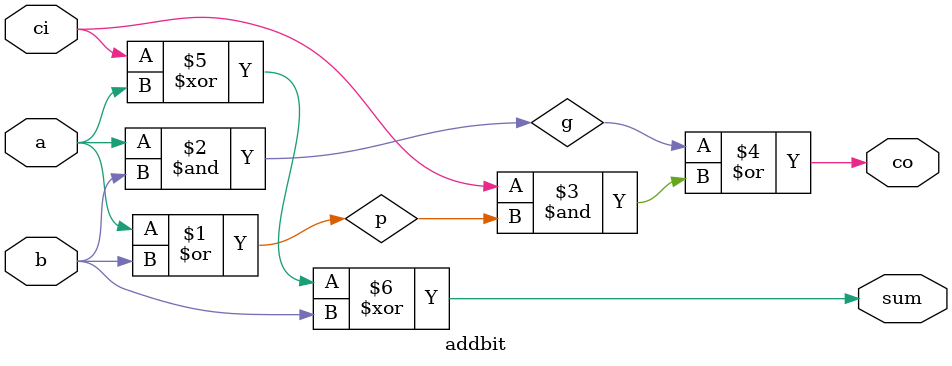
<source format=v>
`timescale 1ns / 1ps

module addbit (
	input a,
	input b,
	input ci,
	output sum,
	output co
);

wire p = a | b;
wire g = a & b;

assign co = g | (ci & p);
assign sum = ci ^ a ^ b;

endmodule 

</source>
